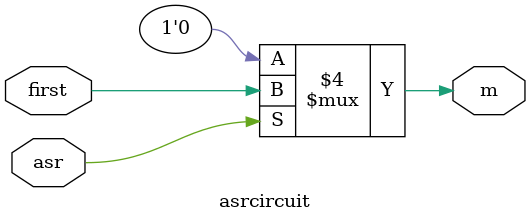
<source format=v>
module shiftreg(SW, KEY, LEDR);
	input [9:0] SW;
	input [3:0] KEY;
	input [7:0] LEDR;
	Shifter s0(
	.LoadVal(SW[7:0]), 
	.Load_n(~KEY[1]), 
	.ShiftRight(~KEY[2]), 
	.ASR(~KEY[3]), 
	.clk(~KEY[0]), 
	.reset_n(SW[9]), 
	.Q(LEDR[7:0])
	);

endmodule

module Shifter(LoadVal, Load_n, ShiftRight, ASR, clk, reset_n, Q);
	input [7:0] LoadVal;
	input Load_n, ShiftRight, ASR, clk, reset_n;
	output [7:0] Q;
	wire w0;
	
	asrcircuit asr7(
		.asr(ASR),
		.first(LoadVal[7]),
		.m(w0)
	);
	
	ShifterBit SB7(LoadVal[7], w0, ShiftRight, Load_n, clk, reset_n, Q[7]);
	ShifterBit SB6(LoadVal[6], Q[7], ShiftRight, Load_n, clk, reset_n, Q[6]);
	ShifterBit SB5(LoadVal[5], Q[6], ShiftRight, Load_n, clk, reset_n, Q[5]);
	ShifterBit SB4(LoadVal[4], Q[5], ShiftRight, Load_n, clk, reset_n, Q[4]);
	ShifterBit SB3(LoadVal[3], Q[4], ShiftRight, Load_n, clk, reset_n, Q[3]);
	ShifterBit SB2(LoadVal[2], Q[3], ShiftRight, Load_n, clk, reset_n, Q[2]);
	ShifterBit SB1(LoadVal[1], Q[2], ShiftRight, Load_n, clk, reset_n, Q[1]);
	ShifterBit SB0(LoadVal[0], Q[1], ShiftRight, Load_n, clk, reset_n, Q[0]);

endmodule

module ShifterBit(load_val, in, shift, load_n, clk, reset_n, out);
	input load_val, in, shift, load_n, clk, reset_n;
	output out;
	wire data_to_dff;
	wire data_from_other_mux;
	
	mux2to1 M0(
	.x(out),
	.y(in),
	.s(shift),
	.m(data_from_other_mux)
	);
	
	mux2to1 M1(
	.x(load_val),
	.y(data_from_other_mux),
	.s(load_n),
	.m(data_to_dff)
	);
	
	flipflop F0(
	.d(data_to_dff),
	.q(out),
	.clock(clk),
	.reset_n(reset_n)
	);
endmodule

module mux2to1(x, y, s, m);
    input x; //selected when s is 0
    input y; //selected when s is 1
    input s; //select signal
    output m; //output
  
    assign m = s & y | ~s & x;
endmodule

module flipflop(d, q, clock, reset_n);
	input clock;
	input reset_n;
	input d;
	output q;
	reg q;

	always @(posedge clock)
	begin
		if (reset_n == 1'b0)
			q <= 1'b0;
		else
			q <= d;
	end
endmodule

module asrcircuit(asr, first, m);
	input asr, first;
	output reg m;
	always @(*)
	begin
		if (asr == 1'b1)
			m <= first;
		else
			m <= 1'b0;
	end
endmodule
</source>
